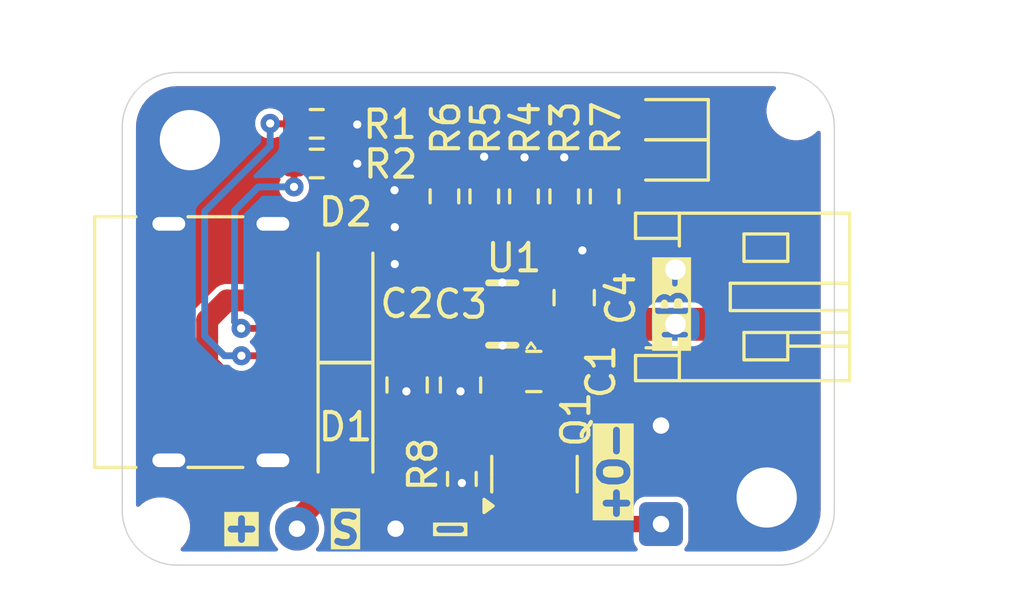
<source format=kicad_pcb>
(kicad_pcb (version 20241229) (generator "pcbnew") (generator_version "9.0")
  (layers (0 "F.Cu" signal) (2 "B.Cu" signal) (13 "F.Paste" user) (15 "B.Paste" user) (5 "F.SilkS" user "F.Silkscreen") (7 "B.SilkS" user "B.Silkscreen") (1 "F.Mask" user) (3 "B.Mask" user) (25 "Edge.Cuts" user))
  (net 0 "")
  (net 1 "GND")
  (net 2 "VBUS")
  (net 3 "+BATT")
  (net 4 "VIN")
  (net 5 "VSYS")
  (net 6 "Net-(D3-A)")
  (net 7 "/VSET")
  (net 8 "/ISET")
  (net 9 "/STAT2")
  (net 10 "Net-(D4-A)")
  (net 11 "Net-(J2-CC2)")
  (net 12 "/Solar")
  (net 13 "/STAT1")
  (net 14 "Net-(J2-CC1)")
  (net 15 "/TS{slash}MR")
  (net 16 "Net-(J3-Pin_1)")
  (footprint "Capacitor_SMD:C_0805_2012Metric" (layer "F.Cu") (at 148 70.825 90)
    (property "Reference" "C4" (at -0.025 1.7 270) (layer "F.SilkS"))
    (property "Value" "1u")
    (fp_line (start -0.261252 -0.735) (end 0.261252 -0.735) (stroke (width 0.12)) (layer "F.SilkS"))
    (fp_line (start -0.261252 0.735) (end 0.261252 0.735) (stroke (width 0.12)) (layer "F.SilkS"))
    (pad "1" smd roundrect (at -0.95 0 90) (size 1 1.45) (layers "F.Cu" "F.Mask" "F.Paste") (net 3 "+BATT"))
    (pad "2" smd roundrect (at 0.95 0 90) (size 1 1.45) (layers "F.Cu" "F.Mask" "F.Paste") (net 1 "GND"))
  )
  (footprint "MountingHole:ToolingHole_1.152mm" (layer "F.Cu") (at 156.1 64)
    (property "Reference" "REF**" (hide yes))
    (property "Value" "ToolingHole_1.152mm")
    (pad "" np_thru_hole circle (at 0 0) (size 1.152 1.152) (drill 1.152) (layers "*.Cu" "*.Mask") (clearance 0.5))
    (zone (net 0) (net_name "") (layers "F.Cu" "B.Cu") (connect_pads (clearance 0)) (min_thickness 0.25)
      (keepout (tracks not_allowed) (vias allowed) (pads allowed) (copperpour not_allowed) (footprints not_allowed))
      (fill (thermal_gap 0.5) (thermal_bridge_width 0.5))
      (polygon (pts (xy 156.8 64) (xy 156.779659 63.832479) (xy 156.719819 63.674694) (xy 156.623958 63.535814) (xy 156.497645 63.423911) (xy 156.348223 63.345489) (xy 156.184376 63.305104) (xy 156.015624 63.305104) (xy 155.851777 63.345489) (xy 155.702355 63.423911) (xy 155.576042 63.535814) (xy 155.480181 63.674694) (xy 155.420341 63.832479) (xy 155.4 64) (xy 155.420341 64.167521) (xy 155.480181 64.325306) (xy 155.576042 64.464186) (xy 155.702355 64.576089) (xy 155.851777 64.654511) (xy 156.015624 64.694896) (xy 156.184376 64.694896) (xy 156.348223 64.654511) (xy 156.497645 64.576089) (xy 156.623958 64.464186) (xy 156.719819 64.325306) (xy 156.779659 64.167521)))
    )
  )
  (footprint "Resistor_SMD:R_0603_1608Metric" (layer "F.Cu") (at 138.6 65.925)
    (property "Reference" "R2" (at 2.7 0.025 0) (layer "F.SilkS"))
    (property "Value" "5K1")
    (fp_line (start -0.237258 -0.5225) (end 0.237258 -0.5225) (stroke (width 0.12)) (layer "F.SilkS"))
    (fp_line (start -0.237258 0.5225) (end 0.237258 0.5225) (stroke (width 0.12)) (layer "F.SilkS"))
    (pad "1" smd roundrect (at -0.825 0) (size 0.8 0.95) (layers "F.Cu" "F.Mask" "F.Paste") (net 14 "Net-(J2-CC1)"))
    (pad "2" smd roundrect (at 0.825 0) (size 0.8 0.95) (layers "F.Cu" "F.Mask" "F.Paste") (net 1 "GND"))
  )
  (footprint "Package_TO_SOT_SMD:SOT-23" (layer "F.Cu") (at 146.55 77.275 90)
    (property "Reference" "Q1" (at 2 1.5125 90) (layer "F.SilkS"))
    (property "Value" "Q_PMOS_GSD")
    (fp_line (start 0 -1.56) (end 0.65 -1.56) (stroke (width 0.12)) (layer "F.SilkS"))
    (fp_line (start 0 -1.56) (end -0.65 -1.56) (stroke (width 0.12)) (layer "F.SilkS"))
    (fp_line (start 0 1.56) (end 0.65 1.56) (stroke (width 0.12)) (layer "F.SilkS"))
    (fp_line (start 0 1.56) (end -0.65 1.56) (stroke (width 0.12)) (layer "F.SilkS"))
    (fp_poly (pts (xy -1.1625 -1.51) (xy -1.4025 -1.84) (xy -0.9225 -1.84)) (stroke (width 0.12)) (fill yes) (layer "F.SilkS"))
    (pad "1" smd roundrect (at -0.9375 -0.95 90) (size 1.475 0.6) (layers "F.Cu" "F.Mask" "F.Paste") (net 4 "VIN"))
    (pad "2" smd roundrect (at -0.9375 0.95 90) (size 1.475 0.6) (layers "F.Cu" "F.Mask" "F.Paste") (net 16 "Net-(J3-Pin_1)"))
    (pad "3" smd roundrect (at 0.9375 0 90) (size 1.475 0.6) (layers "F.Cu" "F.Mask" "F.Paste") (net 5 "VSYS"))
  )
  (footprint "Resistor_SMD:R_0603_1608Metric" (layer "F.Cu") (at 149.1125 67.1275 -90)
    (property "Reference" "R7" (at -2.5 -0.05 90) (layer "F.SilkS"))
    (property "Value" "10k")
    (fp_line (start -0.237258 0.5225) (end 0.237258 0.5225) (stroke (width 0.12)) (layer "F.SilkS"))
    (fp_line (start -0.237258 -0.5225) (end 0.237258 -0.5225) (stroke (width 0.12)) (layer "F.SilkS"))
    (pad "1" smd roundrect (at -0.825 0 270) (size 0.8 0.95) (layers "F.Cu" "F.Mask" "F.Paste") (net 10 "Net-(D4-A)"))
    (pad "2" smd roundrect (at 0.825 0 270) (size 0.8 0.95) (layers "F.Cu" "F.Mask" "F.Paste") (net 9 "/STAT2"))
  )
  (footprint "" (layer "F.Cu") (at 132.9 79.2)
    (property "Reference" "" (at 0 0 0) (layer "F.SilkS") (effects (font (size 1.27 1.27))))
    (property "Value" "")
    (pad "" np_thru_hole circle (at 0 0) (size 1.152 1.152) (drill 1.152) (layers "*.Cu" "*.Mask") (clearance 0.5))
  )
  (footprint "Connector_Wire:SolderWire-0.1sqmm_1x02_P3.6mm_D0.4mm_OD1mm" (layer "F.Cu") (at 141.48 79.27 180)
    (property "Reference" "J1" (hide yes))
    (property "Value" "Conn_01x02")
    (pad "1" thru_hole roundrect (at 0 0 180) (size 1.6 1.6) (drill 0.6) (layers "*.Cu" "*.Mask") (roundrect_rratio 0.15625) (net 1 "GND"))
    (pad "2" thru_hole circle (at 3.6 0 180) (size 1.6 1.6) (drill 0.6) (layers "*.Cu" "*.Mask") (net 12 "/Solar"))
  )
  (footprint "EasyEDA:WSON-10_L2.2-W2.0-P0.40-BL-EP_TI_DLH0010A" (layer "F.Cu") (at 145.375 71.425 90)
    (property "Reference" "U1" (at 2.05125 0.425 0) (layer "F.SilkS"))
    (property "Value" "BQ25185DLHR")
    (fp_line (start -1.14 -0.5) (end -1.14 0) (stroke (width 0.25)) (layer "F.SilkS"))
    (fp_line (start -1.14 0) (end -1.14 0.5) (stroke (width 0.25)) (layer "F.SilkS"))
    (fp_line (start 1.14 0.5) (end 1.14 -0.5) (stroke (width 0.25)) (layer "F.SilkS"))
    (fp_line (start -1.25 0.9) (end -1.05 1.05) (stroke (width 0.1)) (layer "F.SilkS"))
    (fp_line (start -1.05 1.05) (end -1.25 1.2) (stroke (width 0.1)) (layer "F.SilkS"))
    (pad "1" smd rect (at -0.8 1.05 180) (size 0.5 0.2) (layers "F.Cu" "F.Mask" "F.Paste") (net 5 "VSYS"))
    (pad "2" smd rect (at -0.4 1.05 180) (size 0.5 0.2) (layers "F.Cu" "F.Mask" "F.Paste") (net 3 "+BATT"))
    (pad "3" smd rect (at 0 1.05 180) (size 0.5 0.2) (layers "F.Cu" "F.Mask" "F.Paste") (net 9 "/STAT2"))
    (pad "4" smd rect (at 0.4 1.05 180) (size 0.5 0.2) (layers "F.Cu" "F.Mask" "F.Paste") (net 1 "GND"))
    (pad "5" smd rect (at 0.8 1.05 180) (size 0.5 0.2) (layers "F.Cu" "F.Mask" "F.Paste") (net 1 "GND"))
    (pad "6" smd rect (at 0.8 -1.05 180) (size 0.5 0.2) (layers "F.Cu" "F.Mask" "F.Paste") (net 15 "/TS{slash}MR"))
    (pad "7" smd rect (at 0.4 -1.05 180) (size 0.5 0.2) (layers "F.Cu" "F.Mask" "F.Paste") (net 7 "/VSET"))
    (pad "8" smd rect (at 0 -1.05 180) (size 0.5 0.2) (layers "F.Cu" "F.Mask" "F.Paste") (net 8 "/ISET"))
    (pad "9" smd rect (at -0.4 -1.05 180) (size 0.5 0.2) (layers "F.Cu" "F.Mask" "F.Paste") (net 13 "/STAT1"))
    (pad "10" smd rect (at -0.8 -1.05 180) (size 0.5 0.2) (layers "F.Cu" "F.Mask" "F.Paste") (net 4 "VIN"))
    (pad "11" smd rect (at 0 0 180) (size 0.9 1.5) (layers "F.Cu" "F.Mask" "F.Paste") (net 1 "GND"))
  )
  (footprint "Capacitor_SMD:C_0805_2012Metric" (layer "F.Cu") (at 141.9 74.02 -90)
    (property "Reference" "C2" (at -2.975 0 0) (layer "F.SilkS"))
    (property "Value" "10u")
    (fp_line (start -0.261252 0.735) (end 0.261252 0.735) (stroke (width 0.12)) (layer "F.SilkS"))
    (fp_line (start -0.261252 -0.735) (end 0.261252 -0.735) (stroke (width 0.12)) (layer "F.SilkS"))
    (pad "1" smd roundrect (at -0.95 0 270) (size 1 1.45) (layers "F.Cu" "F.Mask" "F.Paste") (net 4 "VIN"))
    (pad "2" smd roundrect (at 0.95 0 270) (size 1 1.45) (layers "F.Cu" "F.Mask" "F.Paste") (net 1 "GND"))
  )
  (footprint "Resistor_SMD:R_0603_1608Metric" (layer "F.Cu") (at 138.6 64.475)
    (property "Reference" "R1" (at 2.675 0.02375 0) (layer "F.SilkS"))
    (property "Value" "5K1")
    (fp_line (start -0.237258 -0.5225) (end 0.237258 -0.5225) (stroke (width 0.12)) (layer "F.SilkS"))
    (fp_line (start -0.237258 0.5225) (end 0.237258 0.5225) (stroke (width 0.12)) (layer "F.SilkS"))
    (pad "1" smd roundrect (at -0.825 0) (size 0.8 0.95) (layers "F.Cu" "F.Mask" "F.Paste") (net 11 "Net-(J2-CC2)"))
    (pad "2" smd roundrect (at 0.825 0) (size 0.8 0.95) (layers "F.Cu" "F.Mask" "F.Paste") (net 1 "GND"))
  )
  (footprint "MountingHole:MountingHole_2.2mm_M2_DIN965_Pad" (layer "F.Cu") (at 133.97 65.07)
    (property "Reference" "H3" (hide yes))
    (property "Value" "MountingHole_Pad")
    (pad "1" thru_hole circle (at 0 0) (size 3.8 3.8) (drill 2.2) (layers "*.Cu" "*.Mask") (net 1 "GND"))
  )
  (footprint "Diode_SMD:D_SOD-123" (layer "F.Cu") (at 139.65 75.55 -90)
    (property "Reference" "D1" (at 0 0 180) (layer "F.SilkS"))
    (property "Value" "B5819W SL")
    (fp_line (start -2.36 1) (end 1.65 1) (stroke (width 0.12)) (layer "F.SilkS"))
    (fp_line (start -2.36 -1) (end -2.36 1) (stroke (width 0.12)) (layer "F.SilkS"))
    (fp_line (start -2.36 -1) (end 1.65 -1) (stroke (width 0.12)) (layer "F.SilkS"))
    (pad "1" smd roundrect (at -1.65 0 270) (size 0.9 1.2) (layers "F.Cu" "F.Mask" "F.Paste") (net 4 "VIN"))
    (pad "2" smd roundrect (at 1.65 0 270) (size 0.9 1.2) (layers "F.Cu" "F.Mask" "F.Paste") (net 12 "/Solar"))
  )
  (footprint "LED_SMD:LED_0603_1608Metric" (layer "F.Cu") (at 151.4125 64.325 180)
    (property "Reference" "D3" (hide yes))
    (property "Value" "RED")
    (fp_line (start 0.8 -0.735) (end -1.485 -0.735) (stroke (width 0.12)) (layer "F.SilkS"))
    (fp_line (start -1.485 0.735) (end 0.8 0.735) (stroke (width 0.12)) (layer "F.SilkS"))
    (fp_line (start -1.485 -0.735) (end -1.485 0.735) (stroke (width 0.12)) (layer "F.SilkS"))
    (pad "1" smd roundrect (at -0.7875 0 180) (size 0.875 0.95) (layers "F.Cu" "F.Mask" "F.Paste") (net 5 "VSYS"))
    (pad "2" smd roundrect (at 0.7875 0 180) (size 0.875 0.95) (layers "F.Cu" "F.Mask" "F.Paste") (net 6 "Net-(D3-A)"))
  )
  (footprint "MountingHole:MountingHole_2.2mm_M2_DIN965_Pad" (layer "F.Cu") (at 155.03 78.13)
    (property "Reference" "H4" (hide yes))
    (property "Value" "MountingHole_Pad")
    (pad "1" thru_hole circle (at 0 0) (size 3.8 3.8) (drill 2.2) (layers "*.Cu" "*.Mask") (net 1 "GND"))
  )
  (footprint "Connector_Wire:SolderWire-0.1sqmm_1x02_P3.6mm_D0.4mm_OD1mm" (layer "F.Cu") (at 151.17 79.1 90)
    (property "Reference" "J3" (hide yes))
    (property "Value" "Conn_01x02")
    (pad "1" thru_hole roundrect (at 0 0 90) (size 1.6 1.6) (drill 0.6) (layers "*.Cu" "*.Mask") (roundrect_rratio 0.15625) (net 16 "Net-(J3-Pin_1)"))
    (pad "2" thru_hole circle (at 3.6 0 90) (size 1.6 1.6) (drill 0.6) (layers "*.Cu" "*.Mask") (net 1 "GND"))
  )
  (footprint "Resistor_SMD:R_0603_1608Metric" (layer "F.Cu") (at 143.2625 67.125 -90)
    (property "Reference" "R6" (at -2.4975 -0.05 90) (layer "F.SilkS"))
    (property "Value" "10k")
    (fp_line (start -0.237258 0.5225) (end 0.237258 0.5225) (stroke (width 0.12)) (layer "F.SilkS"))
    (fp_line (start -0.237258 -0.5225) (end 0.237258 -0.5225) (stroke (width 0.12)) (layer "F.SilkS"))
    (pad "1" smd roundrect (at -0.825 0 270) (size 0.8 0.95) (layers "F.Cu" "F.Mask" "F.Paste") (net 6 "Net-(D3-A)"))
    (pad "2" smd roundrect (at 0.825 0 270) (size 0.8 0.95) (layers "F.Cu" "F.Mask" "F.Paste") (net 13 "/STAT1"))
  )
  (footprint "Resistor_SMD:R_0603_1608Metric" (layer "F.Cu") (at 147.6375 67.125 90)
    (property "Reference" "R3" (at 2.4975 0.030786 90) (layer "F.SilkS"))
    (property "Value" "10k")
    (fp_line (start -0.237258 -0.5225) (end 0.237258 -0.5225) (stroke (width 0.12)) (layer "F.SilkS"))
    (fp_line (start -0.237258 0.5225) (end 0.237258 0.5225) (stroke (width 0.12)) (layer "F.SilkS"))
    (pad "1" smd roundrect (at -0.825 0 90) (size 0.8 0.95) (layers "F.Cu" "F.Mask" "F.Paste") (net 15 "/TS{slash}MR"))
    (pad "2" smd roundrect (at 0.825 0 90) (size 0.8 0.95) (layers "F.Cu" "F.Mask" "F.Paste") (net 1 "GND"))
  )
  (footprint "Connector_USB:USB_C_Receptacle_HRO_TYPE-C-31-M-17" (layer "F.Cu") (at 134 72.45 -90)
    (property "Reference" "J2" (hide yes))
    (property "Value" "UKDBBTAAA")
    (fp_line (start -4.58 3.51) (end 4.58 3.51) (stroke (width 0.12)) (layer "F.SilkS"))
    (fp_line (start -4.58 2) (end -4.58 3.51) (stroke (width 0.12)) (layer "F.SilkS"))
    (fp_line (start 4.58 2) (end 4.58 3.51) (stroke (width 0.12)) (layer "F.SilkS"))
    (fp_line (start -4.58 -1.9) (end -4.58 0.1) (stroke (width 0.12)) (layer "F.SilkS"))
    (fp_line (start 4.58 -1.9) (end 4.58 0.1) (stroke (width 0.12)) (layer "F.SilkS"))
    (pad "A5" smd roundrect (at -0.5 -3.18 270) (size 0.7 1.6) (layers "F.Cu" "F.Mask" "F.Paste") (net 14 "Net-(J2-CC1)"))
    (pad "A9" smd roundrect (at 1.52 -3.18 270) (size 0.8 1.6) (layers "F.Cu" "F.Mask" "F.Paste") (net 2 "VBUS"))
    (pad "A12" smd roundrect (at 2.75 -3.18 270) (size 0.9 1.6) (layers "F.Cu" "F.Mask" "F.Paste") (net 1 "GND"))
    (pad "B5" smd roundrect (at 0.5 -3.18 270) (size 0.7 1.6) (layers "F.Cu" "F.Mask" "F.Paste") (net 11 "Net-(J2-CC2)"))
    (pad "B9" smd roundrect (at -1.52 -3.18 270) (size 0.8 1.6) (layers "F.Cu" "F.Mask" "F.Paste") (net 2 "VBUS"))
    (pad "B12" smd roundrect (at -2.75 -3.18 270) (size 0.9 1.6) (layers "F.Cu" "F.Mask" "F.Paste") (net 1 "GND"))
    (pad "S1" thru_hole oval (at -4.32 -3 270) (size 1 1.7) (drill oval 0.5 1.2) (property pad_prop_heatsink) (layers "*.Cu" "*.Mask") (net 1 "GND"))
    (pad "S1" thru_hole oval (at -4.32 0.8 270) (size 1 1.7) (drill oval 0.5 1.2) (property pad_prop_heatsink) (layers "*.Cu" "*.Mask") (net 1 "GND"))
    (pad "S1" thru_hole oval (at 4.32 -3 270) (size 1 1.7) (drill oval 0.5 1.2) (property pad_prop_heatsink) (layers "*.Cu" "*.Mask") (net 1 "GND"))
    (pad "S1" thru_hole oval (at 4.32 0.8 270) (size 1 1.7) (drill oval 0.5 1.2) (property pad_prop_heatsink) (layers "*.Cu" "*.Mask") (net 1 "GND"))
  )
  (footprint "Capacitor_SMD:C_0805_2012Metric" (layer "F.Cu") (at 143.85 74.02 -90)
    (property "Reference" "C3" (at -2.95 0 0) (layer "F.SilkS"))
    (property "Value" "1u")
    (fp_line (start -0.261252 0.735) (end 0.261252 0.735) (stroke (width 0.12)) (layer "F.SilkS"))
    (fp_line (start -0.261252 -0.735) (end 0.261252 -0.735) (stroke (width 0.12)) (layer "F.SilkS"))
    (pad "1" smd roundrect (at -0.95 0 270) (size 1 1.45) (layers "F.Cu" "F.Mask" "F.Paste") (net 4 "VIN"))
    (pad "2" smd roundrect (at 0.95 0 270) (size 1 1.45) (layers "F.Cu" "F.Mask" "F.Paste") (net 1 "GND"))
  )
  (footprint "Connector_JST:JST_PH_S2B-PH-K_1x02_P2.00mm_Horizontal" (layer "F.Cu") (at 151.7 71.8 90)
    (property "Reference" "BT1" (hide yes))
    (property "Value" "Battery_Cell")
    (fp_line (start 4.06 -1.46) (end 3.14 -1.46) (stroke (width 0.12)) (layer "F.SilkS"))
    (fp_line (start 3.14 -1.46) (end 3.14 0.14) (stroke (width 0.12)) (layer "F.SilkS"))
    (fp_line (start -1.14 -1.46) (end -2.06 -1.46) (stroke (width 0.12)) (layer "F.SilkS"))
    (fp_line (start -2.06 -1.46) (end -2.06 6.36) (stroke (width 0.12)) (layer "F.SilkS"))
    (fp_line (start 4.06 0.14) (end 3.14 0.14) (stroke (width 0.12)) (layer "F.SilkS"))
    (fp_line (start 3.14 0.14) (end 2.86 0.14) (stroke (width 0.12)) (layer "F.SilkS"))
    (fp_line (start -0.86 0.14) (end -0.86 -1.075) (stroke (width 0.12)) (layer "F.SilkS"))
    (fp_line (start -0.86 0.14) (end -1.14 0.14) (stroke (width 0.12)) (layer "F.SilkS"))
    (fp_line (start -1.14 0.14) (end -1.14 -1.46) (stroke (width 0.12)) (layer "F.SilkS"))
    (fp_line (start -2.06 0.14) (end -1.14 0.14) (stroke (width 0.12)) (layer "F.SilkS"))
    (fp_line (start 1.5 2) (end 1.5 6.36) (stroke (width 0.12)) (layer "F.SilkS"))
    (fp_line (start 0.5 2) (end 1.5 2) (stroke (width 0.12)) (layer "F.SilkS"))
    (fp_line (start 3.3 2.5) (end 3.3 4.1) (stroke (width 0.12)) (layer "F.SilkS"))
    (fp_line (start 2.3 2.5) (end 3.3 2.5) (stroke (width 0.12)) (layer "F.SilkS"))
    (fp_line (start -0.3 2.5) (end -1.3 2.5) (stroke (width 0.12)) (layer "F.SilkS"))
    (fp_line (start -1.3 2.5) (end -1.3 4.1) (stroke (width 0.12)) (layer "F.SilkS"))
    (fp_line (start 3.3 4.1) (end 2.3 4.1) (stroke (width 0.12)) (layer "F.SilkS"))
    (fp_line (start 2.3 4.1) (end 2.3 2.5) (stroke (width 0.12)) (layer "F.SilkS"))
    (fp_line (start -0.3 4.1) (end -0.3 2.5) (stroke (width 0.12)) (layer "F.SilkS"))
    (fp_line (start -0.3 4.1) (end -0.3 6.36) (stroke (width 0.12)) (layer "F.SilkS"))
    (fp_line (start -0.8 4.1) (end -0.8 6.36) (stroke (width 0.12)) (layer "F.SilkS"))
    (fp_line (start -1.3 4.1) (end -0.3 4.1) (stroke (width 0.12)) (layer "F.SilkS"))
    (fp_line (start 4.06 6.36) (end 4.06 -1.46) (stroke (width 0.12)) (layer "F.SilkS"))
    (fp_line (start 0.5 6.36) (end 0.5 2) (stroke (width 0.12)) (layer "F.SilkS"))
    (fp_line (start -2.06 6.36) (end 4.06 6.36) (stroke (width 0.12)) (layer "F.SilkS"))
    (pad "1" thru_hole roundrect (at 0 0 90) (size 1.2 1.75) (drill 0.75) (layers "*.Cu" "*.Mask") (roundrect_rratio 0.208333) (net 3 "+BATT"))
    (pad "2" thru_hole oval (at 2 0 90) (size 1.2 1.75) (drill 0.75) (layers "*.Cu" "*.Mask") (net 1 "GND"))
  )
  (footprint "Diode_SMD:D_SOD-123" (layer "F.Cu") (at 139.65 70.85 90)
    (property "Reference" "D2" (at 3.15 0 180) (layer "F.SilkS"))
    (property "Value" "B5819W SL")
    (fp_line (start -2.36 -1) (end 1.65 -1) (stroke (width 0.12)) (layer "F.SilkS"))
    (fp_line (start -2.36 -1) (end -2.36 1) (stroke (width 0.12)) (layer "F.SilkS"))
    (fp_line (start -2.36 1) (end 1.65 1) (stroke (width 0.12)) (layer "F.SilkS"))
    (pad "1" smd roundrect (at -1.65 0 90) (size 0.9 1.2) (layers "F.Cu" "F.Mask" "F.Paste") (net 4 "VIN"))
    (pad "2" smd roundrect (at 1.65 0 90) (size 0.9 1.2) (layers "F.Cu" "F.Mask" "F.Paste") (net 2 "VBUS"))
  )
  (footprint "Resistor_SMD:R_0603_1608Metric" (layer "F.Cu") (at 144.718286 67.125 90)
    (property "Reference" "R5" (at 2.4975 0.05 90) (layer "F.SilkS"))
    (property "Value" "1k")
    (fp_line (start -0.237258 -0.5225) (end 0.237258 -0.5225) (stroke (width 0.12)) (layer "F.SilkS"))
    (fp_line (start -0.237258 0.5225) (end 0.237258 0.5225) (stroke (width 0.12)) (layer "F.SilkS"))
    (pad "1" smd roundrect (at -0.825 0 90) (size 0.8 0.95) (layers "F.Cu" "F.Mask" "F.Paste") (net 8 "/ISET"))
    (pad "2" smd roundrect (at 0.825 0 90) (size 0.8 0.95) (layers "F.Cu" "F.Mask" "F.Paste") (net 1 "GND"))
  )
  (footprint "LED_SMD:LED_0603_1608Metric" (layer "F.Cu") (at 151.4125 65.795 180)
    (property "Reference" "D4" (hide yes))
    (property "Value" "YELLOW")
    (fp_line (start 0.8 -0.735) (end -1.485 -0.735) (stroke (width 0.12)) (layer "F.SilkS"))
    (fp_line (start -1.485 0.735) (end 0.8 0.735) (stroke (width 0.12)) (layer "F.SilkS"))
    (fp_line (start -1.485 -0.735) (end -1.485 0.735) (stroke (width 0.12)) (layer "F.SilkS"))
    (pad "1" smd roundrect (at -0.7875 0 180) (size 0.875 0.95) (layers "F.Cu" "F.Mask" "F.Paste") (net 5 "VSYS"))
    (pad "2" smd roundrect (at 0.7875 0 180) (size 0.875 0.95) (layers "F.Cu" "F.Mask" "F.Paste") (net 10 "Net-(D4-A)"))
  )
  (footprint "Resistor_SMD:R_0603_1608Metric" (layer "F.Cu") (at 143.9 77.45 -90)
    (property "Reference" "R8" (at -0.525 1.425 90) (layer "F.SilkS"))
    (property "Value" "10k")
    (fp_line (start -0.237258 0.5225) (end 0.237258 0.5225) (stroke (width 0.12)) (layer "F.SilkS"))
    (fp_line (start -0.237258 -0.5225) (end 0.237258 -0.5225) (stroke (width 0.12)) (layer "F.SilkS"))
    (pad "1" smd roundrect (at -0.825 0 270) (size 0.8 0.95) (layers "F.Cu" "F.Mask" "F.Paste") (net 4 "VIN"))
    (pad "2" smd roundrect (at 0.825 0 270) (size 0.8 0.95) (layers "F.Cu" "F.Mask" "F.Paste") (net 1 "GND"))
  )
  (footprint "Capacitor_SMD:C_0805_2012Metric" (layer "F.Cu") (at 146.525 73.525 180)
    (property "Reference" "C1" (at -2.45 0 90) (layer "F.SilkS"))
    (property "Value" "10u")
    (fp_line (start -0.261252 0.735) (end 0.261252 0.735) (stroke (width 0.12)) (layer "F.SilkS"))
    (fp_line (start -0.261252 -0.735) (end 0.261252 -0.735) (stroke (width 0.12)) (layer "F.SilkS"))
    (pad "1" smd roundrect (at -0.95 0 180) (size 1 1.45) (layers "F.Cu" "F.Mask" "F.Paste") (net 5 "VSYS"))
    (pad "2" smd roundrect (at 0.95 0 180) (size 1 1.45) (layers "F.Cu" "F.Mask" "F.Paste") (net 1 "GND"))
  )
  (footprint "Resistor_SMD:R_0603_1608Metric" (layer "F.Cu") (at 146.168286 67.125 90)
    (property "Reference" "R4" (at 2.4975 0.05 90) (layer "F.SilkS"))
    (property "Value" "5k")
    (fp_line (start -0.237258 -0.5225) (end 0.237258 -0.5225) (stroke (width 0.12)) (layer "F.SilkS"))
    (fp_line (start -0.237258 0.5225) (end 0.237258 0.5225) (stroke (width 0.12)) (layer "F.SilkS"))
    (pad "1" smd roundrect (at -0.825 0 90) (size 0.8 0.95) (layers "F.Cu" "F.Mask" "F.Paste") (net 7 "/VSET"))
    (pad "2" smd roundrect (at 0.825 0 90) (size 0.8 0.95) (layers "F.Cu" "F.Mask" "F.Paste") (net 1 "GND"))
  )
  (gr_line (start 133.5 62.6) (end 155.5 62.6) (stroke (width 0.05)) (layer "Edge.Cuts"))
  (gr_arc (start 157.5 78.6) (mid 156.914214 80.014214) (end 155.5 80.6) (stroke (width 0.05)) (layer "Edge.Cuts"))
  (gr_line (start 155.5 80.6) (end 133.5 80.6) (stroke (width 0.05)) (layer "Edge.Cuts"))
  (gr_line (start 157.5 64.6) (end 157.5 78.6) (stroke (width 0.05)) (layer "Edge.Cuts"))
  (gr_arc (start 155.5 62.6) (mid 156.914214 63.185786) (end 157.5 64.6) (stroke (width 0.05)) (layer "Edge.Cuts"))
  (gr_arc (start 133.5 80.6) (mid 132.085786 80.014214) (end 131.5 78.6) (stroke (width 0.05)) (layer "Edge.Cuts"))
  (gr_line (start 131.5 78.6) (end 131.5 64.6) (stroke (width 0.05)) (layer "Edge.Cuts"))
  (gr_arc (start 131.5 64.6) (mid 132.085786 63.185786) (end 133.5 62.6) (stroke (width 0.05)) (layer "Edge.Cuts"))
  (gr_text "-" (at 142.69 79.81 0) (layer "F.SilkS" knockout) (effects (font (size 1 1) (thickness 0.25) (bold yes)) (justify left bottom)))
  (gr_text "+O-" (at 150.06 79.12 90) (layer "F.SilkS" knockout) (effects (font (size 1 1) (thickness 0.25) (bold yes)) (justify left bottom)))
  (gr_text "+B-" (at 152.19 72.93 90) (layer "F.SilkS" knockout) (effects (font (size 1 1) (thickness 0.2) (bold yes)) (justify left bottom)))
  (gr_text "+" (at 135.07 79.8 0) (layer "F.SilkS" knockout) (effects (font (size 1 1) (thickness 0.25) (bold yes)) (justify left bottom)))
  (gr_text "S\n" (at 139.01 79.91 0) (layer "F.SilkS" knockout) (effects (font (size 1 1) (thickness 0.25) (bold yes)) (justify left bottom)))
  (segment (start 145.7 72) (end 145.55 72) (width 0.2) (layer "F.Cu") (net 1))
  (via (at 141.44 66.9) (size 0.7) (drill 0.3) (layers "F.Cu" "B.Cu") (net 1))
  (via (at 148.3 69.1) (size 0.7) (drill 0.3) (layers "F.Cu" "B.Cu") (net 1))
  (via (at 143.85 74.25) (size 0.7) (drill 0.3) (layers "F.Cu" "B.Cu") (net 1))
  (via (at 141.45 68.25) (size 0.7) (drill 0.3) (layers "F.Cu" "B.Cu") (net 1))
  (via (at 141.45 69.6) (size 0.7) (drill 0.3) (layers "F.Cu" "B.Cu") (net 1))
  (via (at 145.375 70.275) (size 0.7) (drill 0.3) (layers "F.Cu" "B.Cu") (net 1))
  (via (at 147.6375 65.7) (size 0.7) (drill 0.3) (layers "F.Cu" "B.Cu") (net 1))
  (via (at 145.385 72.575) (size 0.7) (drill 0.3) (layers "F.Cu" "B.Cu") (net 1))
  (via (at 140.08 64.5) (size 0.7) (drill 0.3) (layers "F.Cu" "B.Cu") (net 1))
  (via (at 141.875 74.25) (size 0.7) (drill 0.3) (layers "F.Cu" "B.Cu") (net 1))
  (via (at 140.08 65.93) (size 0.7) (drill 0.3) (layers "F.Cu" "B.Cu") (net 1))
  (via (at 143.9 77.6) (size 0.7) (drill 0.3) (layers "F.Cu" "B.Cu") (net 1))
  (via (at 146.1875 65.7) (size 0.7) (drill 0.3) (layers "F.Cu" "B.Cu") (net 1))
  (via (at 144.7125 65.675) (size 0.7) (drill 0.3) (layers "F.Cu" "B.Cu") (net 1))
  (segment (start 138.695 70.93) (end 139.65 69.975) (width 0.8) (layer "F.Cu") (net 2))
  (segment (start 139.65 69.975) (end 139.65 69.2) (width 0.8) (layer "F.Cu") (net 2))
  (segment (start 134.6 71.65) (end 134.6 73.25) (width 0.8) (layer "F.Cu") (net 2))
  (segment (start 134.6 73.25) (end 135.32 73.97) (width 0.8) (layer "F.Cu") (net 2))
  (segment (start 137.18 70.93) (end 135.32 70.93) (width 0.8) (layer "F.Cu") (net 2))
  (segment (start 137.18 70.93) (end 138.695 70.93) (width 0.8) (layer "F.Cu") (net 2))
  (segment (start 135.32 70.93) (end 134.6 71.65) (width 0.8) (layer "F.Cu") (net 2))
  (segment (start 135.32 73.97) (end 137.18 73.97) (width 0.8) (layer "F.Cu") (net 2))
  (segment (start 139.65 75.075) (end 140.925 76.35) (width 0.25) (layer "F.Cu") (net 4))
  (segment (start 145.6 76.825) (end 145.6 78.2125) (width 0.25) (layer "F.Cu") (net 4))
  (segment (start 145.125 76.35) (end 145.6 76.825) (width 0.25) (layer "F.Cu") (net 4))
  (segment (start 139.65 73.9) (end 139.65 75.075) (width 0.25) (layer "F.Cu") (net 4))
  (segment (start 140.925 76.35) (end 145.125 76.35) (width 0.25) (layer "F.Cu") (net 4))
  (segment (start 147.475 73.525) (end 153.15 73.525) (width 0.6) (layer "F.Cu") (net 5))
  (segment (start 147.475 73.525) (end 147.475 75.4125) (width 0.6) (layer "F.Cu") (net 5))
  (segment (start 153.15 73.525) (end 154.175 72.5) (width 0.6) (layer "F.Cu") (net 5))
  (segment (start 154.175 67.425) (end 152.545 65.795) (width 0.6) (layer "F.Cu") (net 5))
  (segment (start 154.175 72.5) (end 154.175 67.425) (width 0.6) (layer "F.Cu") (net 5))
  (segment (start 152.545 65.795) (end 152.2 65.795) (width 0.6) (layer "F.Cu") (net 5))
  (segment (start 147.475 75.4125) (end 146.55 76.3375) (width 0.6) (layer "F.Cu") (net 5))
  (segment (start 150.615 64.335) (end 150.625 64.325) (width 0.4) (layer "F.Cu") (net 6))
  (segment (start 143.2625 65.225) (end 144.1525 64.335) (width 0.4) (layer "F.Cu") (net 6))
  (segment (start 144.1525 64.335) (end 150.615 64.335) (width 0.4) (layer "F.Cu") (net 6))
  (segment (start 143.2625 66.3) (end 143.2625 65.225) (width 0.4) (layer "F.Cu") (net 6))
  (segment (start 143.5 70.2) (end 144.7 69) (width 0.2) (layer "F.Cu") (net 7))
  (segment (start 144.325 71.025) (end 143.775 71.025) (width 0.2) (layer "F.Cu") (net 7))
  (segment (start 146.168286 68.506714) (end 146.168286 67.95) (width 0.2) (layer "F.Cu") (net 7))
  (segment (start 143.5 70.75) (end 143.5 70.2) (width 0.2) (layer "F.Cu") (net 7))
  (segment (start 144.7 69) (end 145.675 69) (width 0.2) (layer "F.Cu") (net 7))
  (segment (start 145.675 69) (end 146.168286 68.506714) (width 0.2) (layer "F.Cu") (net 7))
  (segment (start 143.775 71.025) (end 143.5 70.75) (width 0.2) (layer "F.Cu") (net 7))
  (segment (start 144.1 68.875) (end 143.35 68.875) (width 0.2) (layer "F.Cu") (net 8))
  (segment (start 143.3 71.425) (end 144.325 71.425) (width 0.2) (layer "F.Cu") (net 8))
  (segment (start 143.35 68.875) (end 142.8 69.425) (width 0.2) (layer "F.Cu") (net 8))
  (segment (start 142.8 69.425) (end 142.8 70.925) (width 0.2) (layer "F.Cu") (net 8))
  (segment (start 144.718286 67.95) (end 144.718286 68.256714) (width 0.2) (layer "F.Cu") (net 8))
  (segment (start 144.718286 68.256714) (end 144.1 68.875) (width 0.2) (layer "F.Cu") (net 8))
  (segment (start 142.8 70.925) (end 143.3 71.425) (width 0.2) (layer "F.Cu") (net 8))
  (segment (start 146.83884 71.425) (end 147.41384 70.85) (width 0.2) (layer "F.Cu") (net 9))
  (segment (start 148.6 70.85) (end 149.1125 70.3375) (width 0.2) (layer "F.Cu") (net 9))
  (segment (start 146.425 71.425) (end 146.83884 71.425) (width 0.2) (layer "F.Cu") (net 9))
  (segment (start 147.41384 70.85) (end 148.6 70.85) (width 0.2) (layer "F.Cu") (net 9))
  (segment (start 149.1125 70.3375) (end 149.1125 67.9525) (width 0.2) (layer "F.Cu") (net 9))
  (segment (start 149.1125 66.285) (end 149.5925 65.805) (width 0.4) (layer "F.Cu") (net 10))
  (segment (start 149.5925 65.805) (end 150.615 65.805) (width 0.4) (layer "F.Cu") (net 10))
  (segment (start 150.615 65.805) (end 150.625 65.795) (width 0.4) (layer "F.Cu") (net 10))
  (segment (start 149.1125 66.3025) (end 149.1125 66.285) (width 0.4) (layer "F.Cu") (net 10))
  (segment (start 137.18 72.95) (end 135.85 72.95) (width 0.25) (layer "F.Cu") (net 11))
  (segment (start 136.9 64.46) (end 136.915 64.475) (width 0.25) (layer "F.Cu") (net 11))
  (segment (start 136.915 64.475) (end 137.775 64.475) (width 0.25) (layer "F.Cu") (net 11))
  (via (at 136.9 64.46) (size 0.7) (drill 0.3) (layers "F.Cu" "B.Cu") (net 11))
  (via (at 135.85 72.95) (size 0.7) (drill 0.3) (layers "F.Cu" "B.Cu") (net 11))
  (segment (start 135.85 72.95) (end 135.23 72.95) (width 0.25) (layer "B.Cu") (net 11))
  (segment (start 134.51 72.23) (end 134.51 67.67804) (width 0.25) (layer "B.Cu") (net 11))
  (segment (start 134.51 67.67804) (end 136.9 65.28804) (width 0.25) (layer "B.Cu") (net 11))
  (segment (start 136.9 65.28804) (end 136.9 64.46) (width 0.25) (layer "B.Cu") (net 11))
  (segment (start 135.23 72.95) (end 134.51 72.23) (width 0.25) (layer "B.Cu") (net 11))
  (segment (start 137.88 79.27) (end 137.88 78.97) (width 0.8) (layer "F.Cu") (net 12))
  (segment (start 137.88 78.97) (end 139.65 77.2) (width 0.8) (layer "F.Cu") (net 12))
  (segment (start 143.2625 67.95) (end 142.85 67.95) (width 0.2) (layer "F.Cu") (net 13))
  (segment (start 142.175 71.35) (end 142.175 68.625) (width 0.2) (layer "F.Cu") (net 13))
  (segment (start 142.65 71.825) (end 142.175 71.35) (width 0.2) (layer "F.Cu") (net 13))
  (segment (start 142.85 67.95) (end 142.175 68.625) (width 0.2) (layer "F.Cu") (net 13))
  (segment (start 144.325 71.825) (end 142.65 71.825) (width 0.2) (layer "F.Cu") (net 13))
  (segment (start 135.84 71.95) (end 137.18 71.95) (width 0.25) (layer "F.Cu") (net 14))
  (segment (start 137.77 65.93) (end 137.775 65.925) (width 0.25) (layer "F.Cu") (net 14))
  (segment (start 137.77 66.78) (end 137.77 65.93) (width 0.25) (layer "F.Cu") (net 14))
  (via (at 137.77 66.78) (size 0.7) (drill 0.3) (layers "F.Cu" "B.Cu") (net 14))
  (via (at 135.84 71.95) (size 0.7) (drill 0.3) (layers "F.Cu" "B.Cu") (net 14))
  (segment (start 136.47 66.78) (end 137.77 66.78) (width 0.25) (layer "B.Cu") (net 14))
  (segment (start 135.84 71.95) (end 135.6 71.71) (width 0.25) (layer "B.Cu") (net 14))
  (segment (start 135.6 67.65) (end 136.47 66.78) (width 0.25) (layer "B.Cu") (net 14))
  (segment (start 135.6 71.71) (end 135.6 67.65) (width 0.25) (layer "B.Cu") (net 14))
  (segment (start 144.325 70.404346) (end 145.204346 69.525) (width 0.2) (layer "F.Cu") (net 15))
  (segment (start 147.6375 68.5625) (end 147.6375 67.95) (width 0.2) (layer "F.Cu") (net 15))
  (segment (start 145.204346 69.525) (end 146.675 69.525) (width 0.2) (layer "F.Cu") (net 15))
  (segment (start 144.325 70.625) (end 144.325 70.404346) (width 0.2) (layer "F.Cu") (net 15))
  (segment (start 146.675 69.525) (end 147.6375 68.5625) (width 0.2) (layer "F.Cu") (net 15))
  (segment (start 147.5 78.2125) (end 148.3875 79.1) (width 0.6) (layer "F.Cu") (net 16))
  (segment (start 148.3875 79.1) (end 151.17 79.1) (width 0.6) (layer "F.Cu") (net 16))
  (zone (net 5) (net_name "VSYS") (layer "F.Cu") (priority 2) (connect_pads yes (clearance 0.15)) (min_thickness 0.25) (fill yes (thermal_gap 0.5) (thermal_bridge_width 0.5))
    (polygon (pts (xy 146.175 72.125) (xy 146.175 72.325) (xy 146.975 73.125) (xy 146.975 74.25) (xy 148.175 74.25) (xy 148.175 73.15) (xy 147.65 72.625) (xy 147.4 72.625) (xy 146.9 72.125)))
  )
  (zone (net 3) (net_name "+BATT") (layer "F.Cu") (priority 3) (connect_pads yes (clearance 0.15)) (min_thickness 0.15) (fill yes (thermal_gap 0.5) (thermal_bridge_width 0.5))
    (polygon (pts (xy 146.175 71.725) (xy 146.975 71.725) (xy 147.5 71.2) (xy 150.75 71.2) (xy 150.75 71.2) (xy 152.725 71.2) (xy 152.875 71.35) (xy 152.875 72.275) (xy 152.75 72.4) (xy 147.55 72.4) (xy 147.075 71.925) (xy 146.175 71.925)))
  )
  (zone (net 4) (net_name "VIN") (layer "F.Cu") (priority 1) (connect_pads yes (clearance 0.15)) (min_thickness 0.25) (fill yes (thermal_gap 0.5) (thermal_bridge_width 0.5))
    (polygon (pts (xy 140.36 71.85) (xy 140.635 72.125) (xy 143.875 72.125) (xy 143.875 72.125) (xy 144.575 72.125) (xy 144.575 73.575) (xy 141.275 73.575) (xy 140.3 74.55) (xy 138.85 74.55) (xy 138.85 71.85)))
  )
  (zone (net 1) (net_name "GND") (layers "F.Cu" "B.Cu") (connect_pads yes (clearance 0.15)) (min_thickness 0.15) (fill yes (thermal_gap 0.5) (thermal_bridge_width 0.5))
    (polygon (pts (xy 127.1 59.95) (xy 158.75 59.95) (xy 158.75 82.05) (xy 158.4 82.4) (xy 127.25 82.4) (xy 127.1 82.25)))
  )
)
</source>
